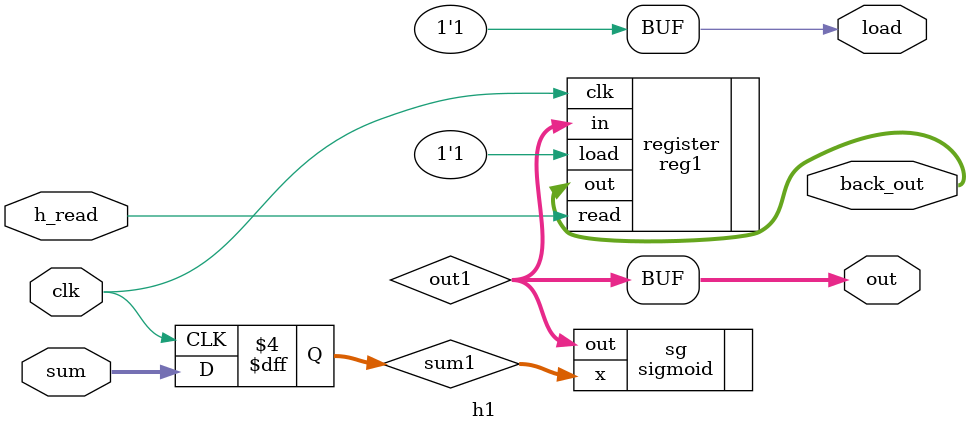
<source format=v>
module h1(
    input [31:0] sum,
    input clk,
    input h_read,
    output [31:0] out,
    output load,
    output [31:0] back_out
);

reg  [31:0] sum1;
wire [31:0] out1;

assign load = out1[0] | ~out1[0];
assign out = out1;

reg1 register(.clk(clk), .load(load), .in(out1), .out(back_out), .read(h_read));

sigmoid sg(.x(sum1), .out(out1));

always @(posedge clk) begin
    sum1 <= sum;
end

endmodule
</source>
